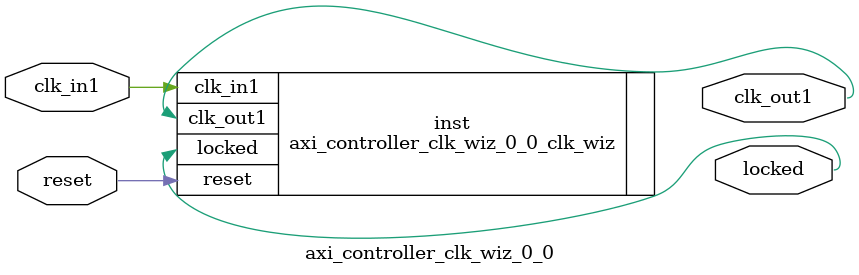
<source format=v>


`timescale 1ps/1ps

(* CORE_GENERATION_INFO = "axi_controller_clk_wiz_0_0,clk_wiz_v6_0_6_0_0,{component_name=axi_controller_clk_wiz_0_0,use_phase_alignment=true,use_min_o_jitter=false,use_max_i_jitter=false,use_dyn_phase_shift=false,use_inclk_switchover=false,use_dyn_reconfig=false,enable_axi=0,feedback_source=FDBK_AUTO,PRIMITIVE=MMCM,num_out_clk=1,clkin1_period=10.000,clkin2_period=10.000,use_power_down=false,use_reset=true,use_locked=true,use_inclk_stopped=false,feedback_type=SINGLE,CLOCK_MGR_TYPE=NA,manual_override=false}" *)

module axi_controller_clk_wiz_0_0 
 (
  // Clock out ports
  output        clk_out1,
  // Status and control signals
  input         reset,
  output        locked,
 // Clock in ports
  input         clk_in1
 );

  axi_controller_clk_wiz_0_0_clk_wiz inst
  (
  // Clock out ports  
  .clk_out1(clk_out1),
  // Status and control signals               
  .reset(reset), 
  .locked(locked),
 // Clock in ports
  .clk_in1(clk_in1)
  );

endmodule

</source>
